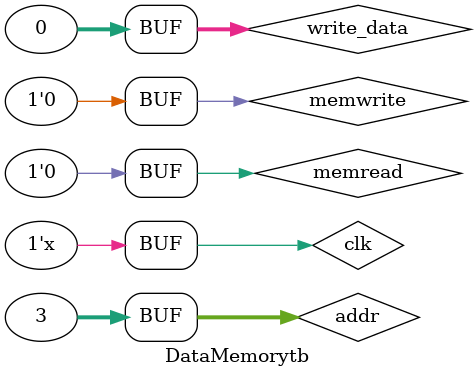
<source format=v>
`timescale 1ns / 1ps


module DataMemorytb;

	// Inputs
	reg [31:0] addr;
	reg [31:0] write_data;
	reg memwrite;
	reg memread;
	reg clk;

	// Outputs
	wire [31:0] read_data;

	// Instantiate the Unit Under Test (UUT)
	data_memory uut (
		.addr(addr), 
		.write_data(write_data), 
		.memwrite(memwrite), 
		.memread(memread), 
		.clk(clk), 
		.read_data(read_data)
	);
	always 
	begin
	#5 clk=~clk;
	end
	initial begin
		$monitor("%d",read_data);
		addr = 2;
		write_data = 32'd54;
		memwrite = 1;
		memread = 0;
		clk=1;
		// Wait 100 ns for global reset to finish
		#10
		addr = 9;
		write_data = 16;
		memwrite = 1;
		memread = 0;
      #10
		addr = 3;
		write_data = 62;
		memwrite = 1;
		memread = 0;
		// Add stimulus here
		#10
		addr = 2;
		write_data = 50;
		memwrite = 0;
		memread = 1;
		#10
		addr = 9;
		write_data = 0;
		memwrite = 0;
		memread = 1;
		#10
		addr = 3;
		memread=1;
		#10
		memread=0;
	end
endmodule

</source>
